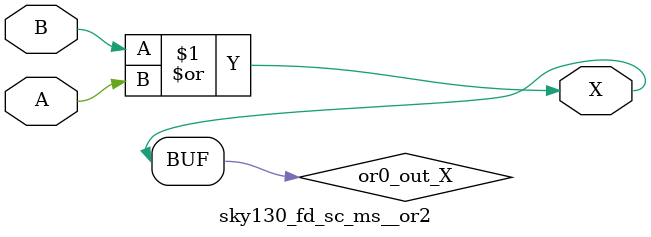
<source format=v>
/*
 * Copyright 2020 The SkyWater PDK Authors
 *
 * Licensed under the Apache License, Version 2.0 (the "License");
 * you may not use this file except in compliance with the License.
 * You may obtain a copy of the License at
 *
 *     https://www.apache.org/licenses/LICENSE-2.0
 *
 * Unless required by applicable law or agreed to in writing, software
 * distributed under the License is distributed on an "AS IS" BASIS,
 * WITHOUT WARRANTIES OR CONDITIONS OF ANY KIND, either express or implied.
 * See the License for the specific language governing permissions and
 * limitations under the License.
 *
 * SPDX-License-Identifier: Apache-2.0
*/


`ifndef SKY130_FD_SC_MS__OR2_FUNCTIONAL_V
`define SKY130_FD_SC_MS__OR2_FUNCTIONAL_V

/**
 * or2: 2-input OR.
 *
 * Verilog simulation functional model.
 */

`timescale 1ns / 1ps
`default_nettype none

`celldefine
module sky130_fd_sc_ms__or2 (
    X,
    A,
    B
);

    // Module ports
    output X;
    input  A;
    input  B;

    // Local signals
    wire or0_out_X;

    //  Name  Output     Other arguments
    or  or0  (or0_out_X, B, A           );
    buf buf0 (X        , or0_out_X      );

endmodule
`endcelldefine

`default_nettype wire
`endif  // SKY130_FD_SC_MS__OR2_FUNCTIONAL_V
</source>
